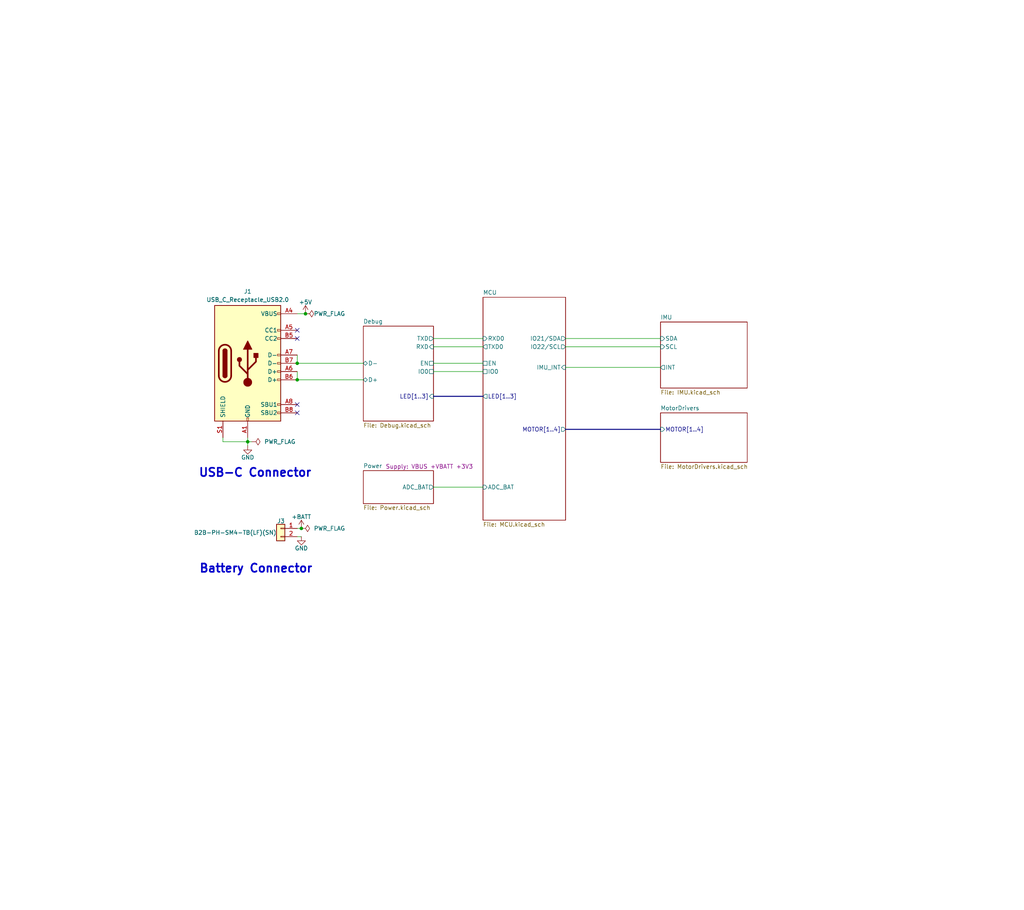
<source format=kicad_sch>
(kicad_sch
	(version 20250114)
	(generator "eeschema")
	(generator_version "9.0")
	(uuid "0cba19ca-1654-4c9a-85b6-b93ff8a5568c")
	(paper "User" 315.011 280.01)
	(title_block
		(title "ESP Drone")
		(date "2025-10-22")
		(rev "1.5.1")
	)
	(lib_symbols
		(symbol "+BATT_1"
			(power)
			(pin_numbers
				(hide yes)
			)
			(pin_names
				(offset 0)
				(hide yes)
			)
			(exclude_from_sim no)
			(in_bom yes)
			(on_board yes)
			(property "Reference" "#PWR"
				(at 0 -3.81 0)
				(effects
					(font
						(size 1.27 1.27)
					)
					(hide yes)
				)
			)
			(property "Value" "+BATT"
				(at 0 3.556 0)
				(effects
					(font
						(size 1.27 1.27)
					)
				)
			)
			(property "Footprint" ""
				(at 0 0 0)
				(effects
					(font
						(size 1.27 1.27)
					)
					(hide yes)
				)
			)
			(property "Datasheet" ""
				(at 0 0 0)
				(effects
					(font
						(size 1.27 1.27)
					)
					(hide yes)
				)
			)
			(property "Description" "Power symbol creates a global label with name \"+BATT\""
				(at 0 0 0)
				(effects
					(font
						(size 1.27 1.27)
					)
					(hide yes)
				)
			)
			(property "ki_keywords" "global power battery"
				(at 0 0 0)
				(effects
					(font
						(size 1.27 1.27)
					)
					(hide yes)
				)
			)
			(symbol "+BATT_1_0_1"
				(polyline
					(pts
						(xy -0.762 1.27) (xy 0 2.54)
					)
					(stroke
						(width 0)
						(type default)
					)
					(fill
						(type none)
					)
				)
				(polyline
					(pts
						(xy 0 2.54) (xy 0.762 1.27)
					)
					(stroke
						(width 0)
						(type default)
					)
					(fill
						(type none)
					)
				)
				(polyline
					(pts
						(xy 0 0) (xy 0 2.54)
					)
					(stroke
						(width 0)
						(type default)
					)
					(fill
						(type none)
					)
				)
			)
			(symbol "+BATT_1_1_1"
				(pin power_in line
					(at 0 0 90)
					(length 0)
					(name "~"
						(effects
							(font
								(size 1.27 1.27)
							)
						)
					)
					(number "1"
						(effects
							(font
								(size 1.27 1.27)
							)
						)
					)
				)
			)
			(embedded_fonts no)
		)
		(symbol "Connector:USB_C_Receptacle_USB2.0_16P"
			(pin_names
				(offset 1.016)
			)
			(exclude_from_sim no)
			(in_bom yes)
			(on_board yes)
			(property "Reference" "J"
				(at 0 22.225 0)
				(effects
					(font
						(size 1.27 1.27)
					)
				)
			)
			(property "Value" "USB_C_Receptacle_USB2.0_16P"
				(at 0 19.685 0)
				(effects
					(font
						(size 1.27 1.27)
					)
				)
			)
			(property "Footprint" ""
				(at 3.81 0 0)
				(effects
					(font
						(size 1.27 1.27)
					)
					(hide yes)
				)
			)
			(property "Datasheet" "https://www.usb.org/sites/default/files/documents/usb_type-c.zip"
				(at 3.81 0 0)
				(effects
					(font
						(size 1.27 1.27)
					)
					(hide yes)
				)
			)
			(property "Description" "USB 2.0-only 16P Type-C Receptacle connector"
				(at 0 0 0)
				(effects
					(font
						(size 1.27 1.27)
					)
					(hide yes)
				)
			)
			(property "ki_keywords" "usb universal serial bus type-C USB2.0"
				(at 0 0 0)
				(effects
					(font
						(size 1.27 1.27)
					)
					(hide yes)
				)
			)
			(property "ki_fp_filters" "USB*C*Receptacle*"
				(at 0 0 0)
				(effects
					(font
						(size 1.27 1.27)
					)
					(hide yes)
				)
			)
			(symbol "USB_C_Receptacle_USB2.0_16P_0_0"
				(rectangle
					(start -0.254 -17.78)
					(end 0.254 -16.764)
					(stroke
						(width 0)
						(type default)
					)
					(fill
						(type none)
					)
				)
				(rectangle
					(start 10.16 15.494)
					(end 9.144 14.986)
					(stroke
						(width 0)
						(type default)
					)
					(fill
						(type none)
					)
				)
				(rectangle
					(start 10.16 10.414)
					(end 9.144 9.906)
					(stroke
						(width 0)
						(type default)
					)
					(fill
						(type none)
					)
				)
				(rectangle
					(start 10.16 7.874)
					(end 9.144 7.366)
					(stroke
						(width 0)
						(type default)
					)
					(fill
						(type none)
					)
				)
				(rectangle
					(start 10.16 2.794)
					(end 9.144 2.286)
					(stroke
						(width 0)
						(type default)
					)
					(fill
						(type none)
					)
				)
				(rectangle
					(start 10.16 0.254)
					(end 9.144 -0.254)
					(stroke
						(width 0)
						(type default)
					)
					(fill
						(type none)
					)
				)
				(rectangle
					(start 10.16 -2.286)
					(end 9.144 -2.794)
					(stroke
						(width 0)
						(type default)
					)
					(fill
						(type none)
					)
				)
				(rectangle
					(start 10.16 -4.826)
					(end 9.144 -5.334)
					(stroke
						(width 0)
						(type default)
					)
					(fill
						(type none)
					)
				)
				(rectangle
					(start 10.16 -12.446)
					(end 9.144 -12.954)
					(stroke
						(width 0)
						(type default)
					)
					(fill
						(type none)
					)
				)
				(rectangle
					(start 10.16 -14.986)
					(end 9.144 -15.494)
					(stroke
						(width 0)
						(type default)
					)
					(fill
						(type none)
					)
				)
			)
			(symbol "USB_C_Receptacle_USB2.0_16P_0_1"
				(rectangle
					(start -10.16 17.78)
					(end 10.16 -17.78)
					(stroke
						(width 0.254)
						(type default)
					)
					(fill
						(type background)
					)
				)
				(polyline
					(pts
						(xy -8.89 -3.81) (xy -8.89 3.81)
					)
					(stroke
						(width 0.508)
						(type default)
					)
					(fill
						(type none)
					)
				)
				(rectangle
					(start -7.62 -3.81)
					(end -6.35 3.81)
					(stroke
						(width 0.254)
						(type default)
					)
					(fill
						(type outline)
					)
				)
				(arc
					(start -7.62 3.81)
					(mid -6.985 4.4423)
					(end -6.35 3.81)
					(stroke
						(width 0.254)
						(type default)
					)
					(fill
						(type none)
					)
				)
				(arc
					(start -7.62 3.81)
					(mid -6.985 4.4423)
					(end -6.35 3.81)
					(stroke
						(width 0.254)
						(type default)
					)
					(fill
						(type outline)
					)
				)
				(arc
					(start -8.89 3.81)
					(mid -6.985 5.7067)
					(end -5.08 3.81)
					(stroke
						(width 0.508)
						(type default)
					)
					(fill
						(type none)
					)
				)
				(arc
					(start -5.08 -3.81)
					(mid -6.985 -5.7067)
					(end -8.89 -3.81)
					(stroke
						(width 0.508)
						(type default)
					)
					(fill
						(type none)
					)
				)
				(arc
					(start -6.35 -3.81)
					(mid -6.985 -4.4423)
					(end -7.62 -3.81)
					(stroke
						(width 0.254)
						(type default)
					)
					(fill
						(type none)
					)
				)
				(arc
					(start -6.35 -3.81)
					(mid -6.985 -4.4423)
					(end -7.62 -3.81)
					(stroke
						(width 0.254)
						(type default)
					)
					(fill
						(type outline)
					)
				)
				(polyline
					(pts
						(xy -5.08 3.81) (xy -5.08 -3.81)
					)
					(stroke
						(width 0.508)
						(type default)
					)
					(fill
						(type none)
					)
				)
				(circle
					(center -2.54 1.143)
					(radius 0.635)
					(stroke
						(width 0.254)
						(type default)
					)
					(fill
						(type outline)
					)
				)
				(polyline
					(pts
						(xy -1.27 4.318) (xy 0 6.858) (xy 1.27 4.318) (xy -1.27 4.318)
					)
					(stroke
						(width 0.254)
						(type default)
					)
					(fill
						(type outline)
					)
				)
				(polyline
					(pts
						(xy 0 -2.032) (xy 2.54 0.508) (xy 2.54 1.778)
					)
					(stroke
						(width 0.508)
						(type default)
					)
					(fill
						(type none)
					)
				)
				(polyline
					(pts
						(xy 0 -3.302) (xy -2.54 -0.762) (xy -2.54 0.508)
					)
					(stroke
						(width 0.508)
						(type default)
					)
					(fill
						(type none)
					)
				)
				(polyline
					(pts
						(xy 0 -5.842) (xy 0 4.318)
					)
					(stroke
						(width 0.508)
						(type default)
					)
					(fill
						(type none)
					)
				)
				(circle
					(center 0 -5.842)
					(radius 1.27)
					(stroke
						(width 0)
						(type default)
					)
					(fill
						(type outline)
					)
				)
				(rectangle
					(start 1.905 1.778)
					(end 3.175 3.048)
					(stroke
						(width 0.254)
						(type default)
					)
					(fill
						(type outline)
					)
				)
			)
			(symbol "USB_C_Receptacle_USB2.0_16P_1_1"
				(pin passive line
					(at -7.62 -22.86 90)
					(length 5.08)
					(name "SHIELD"
						(effects
							(font
								(size 1.27 1.27)
							)
						)
					)
					(number "S1"
						(effects
							(font
								(size 1.27 1.27)
							)
						)
					)
				)
				(pin passive line
					(at 0 -22.86 90)
					(length 5.08)
					(name "GND"
						(effects
							(font
								(size 1.27 1.27)
							)
						)
					)
					(number "A1"
						(effects
							(font
								(size 1.27 1.27)
							)
						)
					)
				)
				(pin passive line
					(at 0 -22.86 90)
					(length 5.08)
					(hide yes)
					(name "GND"
						(effects
							(font
								(size 1.27 1.27)
							)
						)
					)
					(number "A12"
						(effects
							(font
								(size 1.27 1.27)
							)
						)
					)
				)
				(pin passive line
					(at 0 -22.86 90)
					(length 5.08)
					(hide yes)
					(name "GND"
						(effects
							(font
								(size 1.27 1.27)
							)
						)
					)
					(number "B1"
						(effects
							(font
								(size 1.27 1.27)
							)
						)
					)
				)
				(pin passive line
					(at 0 -22.86 90)
					(length 5.08)
					(hide yes)
					(name "GND"
						(effects
							(font
								(size 1.27 1.27)
							)
						)
					)
					(number "B12"
						(effects
							(font
								(size 1.27 1.27)
							)
						)
					)
				)
				(pin passive line
					(at 15.24 15.24 180)
					(length 5.08)
					(name "VBUS"
						(effects
							(font
								(size 1.27 1.27)
							)
						)
					)
					(number "A4"
						(effects
							(font
								(size 1.27 1.27)
							)
						)
					)
				)
				(pin passive line
					(at 15.24 15.24 180)
					(length 5.08)
					(hide yes)
					(name "VBUS"
						(effects
							(font
								(size 1.27 1.27)
							)
						)
					)
					(number "A9"
						(effects
							(font
								(size 1.27 1.27)
							)
						)
					)
				)
				(pin passive line
					(at 15.24 15.24 180)
					(length 5.08)
					(hide yes)
					(name "VBUS"
						(effects
							(font
								(size 1.27 1.27)
							)
						)
					)
					(number "B4"
						(effects
							(font
								(size 1.27 1.27)
							)
						)
					)
				)
				(pin passive line
					(at 15.24 15.24 180)
					(length 5.08)
					(hide yes)
					(name "VBUS"
						(effects
							(font
								(size 1.27 1.27)
							)
						)
					)
					(number "B9"
						(effects
							(font
								(size 1.27 1.27)
							)
						)
					)
				)
				(pin bidirectional line
					(at 15.24 10.16 180)
					(length 5.08)
					(name "CC1"
						(effects
							(font
								(size 1.27 1.27)
							)
						)
					)
					(number "A5"
						(effects
							(font
								(size 1.27 1.27)
							)
						)
					)
				)
				(pin bidirectional line
					(at 15.24 7.62 180)
					(length 5.08)
					(name "CC2"
						(effects
							(font
								(size 1.27 1.27)
							)
						)
					)
					(number "B5"
						(effects
							(font
								(size 1.27 1.27)
							)
						)
					)
				)
				(pin bidirectional line
					(at 15.24 2.54 180)
					(length 5.08)
					(name "D-"
						(effects
							(font
								(size 1.27 1.27)
							)
						)
					)
					(number "A7"
						(effects
							(font
								(size 1.27 1.27)
							)
						)
					)
				)
				(pin bidirectional line
					(at 15.24 0 180)
					(length 5.08)
					(name "D-"
						(effects
							(font
								(size 1.27 1.27)
							)
						)
					)
					(number "B7"
						(effects
							(font
								(size 1.27 1.27)
							)
						)
					)
				)
				(pin bidirectional line
					(at 15.24 -2.54 180)
					(length 5.08)
					(name "D+"
						(effects
							(font
								(size 1.27 1.27)
							)
						)
					)
					(number "A6"
						(effects
							(font
								(size 1.27 1.27)
							)
						)
					)
				)
				(pin bidirectional line
					(at 15.24 -5.08 180)
					(length 5.08)
					(name "D+"
						(effects
							(font
								(size 1.27 1.27)
							)
						)
					)
					(number "B6"
						(effects
							(font
								(size 1.27 1.27)
							)
						)
					)
				)
				(pin bidirectional line
					(at 15.24 -12.7 180)
					(length 5.08)
					(name "SBU1"
						(effects
							(font
								(size 1.27 1.27)
							)
						)
					)
					(number "A8"
						(effects
							(font
								(size 1.27 1.27)
							)
						)
					)
				)
				(pin bidirectional line
					(at 15.24 -15.24 180)
					(length 5.08)
					(name "SBU2"
						(effects
							(font
								(size 1.27 1.27)
							)
						)
					)
					(number "B8"
						(effects
							(font
								(size 1.27 1.27)
							)
						)
					)
				)
			)
			(embedded_fonts no)
		)
		(symbol "Connector_Generic:Conn_01x02"
			(pin_names
				(offset 1.016)
				(hide yes)
			)
			(exclude_from_sim no)
			(in_bom yes)
			(on_board yes)
			(property "Reference" "J"
				(at 0 2.54 0)
				(effects
					(font
						(size 1.27 1.27)
					)
				)
			)
			(property "Value" "Conn_01x02"
				(at 0 -5.08 0)
				(effects
					(font
						(size 1.27 1.27)
					)
				)
			)
			(property "Footprint" ""
				(at 0 0 0)
				(effects
					(font
						(size 1.27 1.27)
					)
					(hide yes)
				)
			)
			(property "Datasheet" "~"
				(at 0 0 0)
				(effects
					(font
						(size 1.27 1.27)
					)
					(hide yes)
				)
			)
			(property "Description" "Generic connector, single row, 01x02, script generated (kicad-library-utils/schlib/autogen/connector/)"
				(at 0 0 0)
				(effects
					(font
						(size 1.27 1.27)
					)
					(hide yes)
				)
			)
			(property "ki_keywords" "connector"
				(at 0 0 0)
				(effects
					(font
						(size 1.27 1.27)
					)
					(hide yes)
				)
			)
			(property "ki_fp_filters" "Connector*:*_1x??_*"
				(at 0 0 0)
				(effects
					(font
						(size 1.27 1.27)
					)
					(hide yes)
				)
			)
			(symbol "Conn_01x02_1_1"
				(rectangle
					(start -1.27 1.27)
					(end 1.27 -3.81)
					(stroke
						(width 0.254)
						(type default)
					)
					(fill
						(type background)
					)
				)
				(rectangle
					(start -1.27 0.127)
					(end 0 -0.127)
					(stroke
						(width 0.1524)
						(type default)
					)
					(fill
						(type none)
					)
				)
				(rectangle
					(start -1.27 -2.413)
					(end 0 -2.667)
					(stroke
						(width 0.1524)
						(type default)
					)
					(fill
						(type none)
					)
				)
				(pin passive line
					(at -5.08 0 0)
					(length 3.81)
					(name "Pin_1"
						(effects
							(font
								(size 1.27 1.27)
							)
						)
					)
					(number "1"
						(effects
							(font
								(size 1.27 1.27)
							)
						)
					)
				)
				(pin passive line
					(at -5.08 -2.54 0)
					(length 3.81)
					(name "Pin_2"
						(effects
							(font
								(size 1.27 1.27)
							)
						)
					)
					(number "2"
						(effects
							(font
								(size 1.27 1.27)
							)
						)
					)
				)
			)
			(embedded_fonts no)
		)
		(symbol "GND_1"
			(power)
			(pin_numbers
				(hide yes)
			)
			(pin_names
				(offset 0)
				(hide yes)
			)
			(exclude_from_sim no)
			(in_bom yes)
			(on_board yes)
			(property "Reference" "#PWR"
				(at 0 -6.35 0)
				(effects
					(font
						(size 1.27 1.27)
					)
					(hide yes)
				)
			)
			(property "Value" "GND"
				(at 0 -3.81 0)
				(effects
					(font
						(size 1.27 1.27)
					)
				)
			)
			(property "Footprint" ""
				(at 0 0 0)
				(effects
					(font
						(size 1.27 1.27)
					)
					(hide yes)
				)
			)
			(property "Datasheet" ""
				(at 0 0 0)
				(effects
					(font
						(size 1.27 1.27)
					)
					(hide yes)
				)
			)
			(property "Description" "Power symbol creates a global label with name \"GND\" , ground"
				(at 0 0 0)
				(effects
					(font
						(size 1.27 1.27)
					)
					(hide yes)
				)
			)
			(property "ki_keywords" "global power"
				(at 0 0 0)
				(effects
					(font
						(size 1.27 1.27)
					)
					(hide yes)
				)
			)
			(symbol "GND_1_0_1"
				(polyline
					(pts
						(xy 0 0) (xy 0 -1.27) (xy 1.27 -1.27) (xy 0 -2.54) (xy -1.27 -1.27) (xy 0 -1.27)
					)
					(stroke
						(width 0)
						(type default)
					)
					(fill
						(type none)
					)
				)
			)
			(symbol "GND_1_1_1"
				(pin power_in line
					(at 0 0 270)
					(length 0)
					(name "~"
						(effects
							(font
								(size 1.27 1.27)
							)
						)
					)
					(number "1"
						(effects
							(font
								(size 1.27 1.27)
							)
						)
					)
				)
			)
			(embedded_fonts no)
		)
		(symbol "GND_3"
			(power)
			(pin_numbers
				(hide yes)
			)
			(pin_names
				(offset 0)
				(hide yes)
			)
			(exclude_from_sim no)
			(in_bom yes)
			(on_board yes)
			(property "Reference" "#PWR"
				(at 0 -6.35 0)
				(effects
					(font
						(size 1.27 1.27)
					)
					(hide yes)
				)
			)
			(property "Value" "GND"
				(at 0 -3.81 0)
				(effects
					(font
						(size 1.27 1.27)
					)
				)
			)
			(property "Footprint" ""
				(at 0 0 0)
				(effects
					(font
						(size 1.27 1.27)
					)
					(hide yes)
				)
			)
			(property "Datasheet" ""
				(at 0 0 0)
				(effects
					(font
						(size 1.27 1.27)
					)
					(hide yes)
				)
			)
			(property "Description" "Power symbol creates a global label with name \"GND\" , ground"
				(at 0 0 0)
				(effects
					(font
						(size 1.27 1.27)
					)
					(hide yes)
				)
			)
			(property "ki_keywords" "global power"
				(at 0 0 0)
				(effects
					(font
						(size 1.27 1.27)
					)
					(hide yes)
				)
			)
			(symbol "GND_3_0_1"
				(polyline
					(pts
						(xy 0 0) (xy 0 -1.27) (xy 1.27 -1.27) (xy 0 -2.54) (xy -1.27 -1.27) (xy 0 -1.27)
					)
					(stroke
						(width 0)
						(type default)
					)
					(fill
						(type none)
					)
				)
			)
			(symbol "GND_3_1_1"
				(pin power_in line
					(at 0 0 270)
					(length 0)
					(name "~"
						(effects
							(font
								(size 1.27 1.27)
							)
						)
					)
					(number "1"
						(effects
							(font
								(size 1.27 1.27)
							)
						)
					)
				)
			)
			(embedded_fonts no)
		)
		(symbol "PWR_FLAG_1"
			(power)
			(pin_numbers
				(hide yes)
			)
			(pin_names
				(offset 0)
				(hide yes)
			)
			(exclude_from_sim no)
			(in_bom yes)
			(on_board yes)
			(property "Reference" "#FLG"
				(at 0 1.905 0)
				(effects
					(font
						(size 1.27 1.27)
					)
					(hide yes)
				)
			)
			(property "Value" "PWR_FLAG"
				(at 0 3.81 0)
				(effects
					(font
						(size 1.27 1.27)
					)
				)
			)
			(property "Footprint" ""
				(at 0 0 0)
				(effects
					(font
						(size 1.27 1.27)
					)
					(hide yes)
				)
			)
			(property "Datasheet" "~"
				(at 0 0 0)
				(effects
					(font
						(size 1.27 1.27)
					)
					(hide yes)
				)
			)
			(property "Description" "Special symbol for telling ERC where power comes from"
				(at 0 0 0)
				(effects
					(font
						(size 1.27 1.27)
					)
					(hide yes)
				)
			)
			(property "ki_keywords" "flag power"
				(at 0 0 0)
				(effects
					(font
						(size 1.27 1.27)
					)
					(hide yes)
				)
			)
			(symbol "PWR_FLAG_1_0_0"
				(pin power_out line
					(at 0 0 90)
					(length 0)
					(name "~"
						(effects
							(font
								(size 1.27 1.27)
							)
						)
					)
					(number "1"
						(effects
							(font
								(size 1.27 1.27)
							)
						)
					)
				)
			)
			(symbol "PWR_FLAG_1_0_1"
				(polyline
					(pts
						(xy 0 0) (xy 0 1.27) (xy -1.016 1.905) (xy 0 2.54) (xy 1.016 1.905) (xy 0 1.27)
					)
					(stroke
						(width 0)
						(type default)
					)
					(fill
						(type none)
					)
				)
			)
			(embedded_fonts no)
		)
		(symbol "power:+5V"
			(power)
			(pin_numbers
				(hide yes)
			)
			(pin_names
				(offset 0)
				(hide yes)
			)
			(exclude_from_sim no)
			(in_bom yes)
			(on_board yes)
			(property "Reference" "#PWR"
				(at 0 -3.81 0)
				(effects
					(font
						(size 1.27 1.27)
					)
					(hide yes)
				)
			)
			(property "Value" "+5V"
				(at 0 3.556 0)
				(effects
					(font
						(size 1.27 1.27)
					)
				)
			)
			(property "Footprint" ""
				(at 0 0 0)
				(effects
					(font
						(size 1.27 1.27)
					)
					(hide yes)
				)
			)
			(property "Datasheet" ""
				(at 0 0 0)
				(effects
					(font
						(size 1.27 1.27)
					)
					(hide yes)
				)
			)
			(property "Description" "Power symbol creates a global label with name \"+5V\""
				(at 0 0 0)
				(effects
					(font
						(size 1.27 1.27)
					)
					(hide yes)
				)
			)
			(property "ki_keywords" "global power"
				(at 0 0 0)
				(effects
					(font
						(size 1.27 1.27)
					)
					(hide yes)
				)
			)
			(symbol "+5V_0_1"
				(polyline
					(pts
						(xy -0.762 1.27) (xy 0 2.54)
					)
					(stroke
						(width 0)
						(type default)
					)
					(fill
						(type none)
					)
				)
				(polyline
					(pts
						(xy 0 2.54) (xy 0.762 1.27)
					)
					(stroke
						(width 0)
						(type default)
					)
					(fill
						(type none)
					)
				)
				(polyline
					(pts
						(xy 0 0) (xy 0 2.54)
					)
					(stroke
						(width 0)
						(type default)
					)
					(fill
						(type none)
					)
				)
			)
			(symbol "+5V_1_1"
				(pin power_in line
					(at 0 0 90)
					(length 0)
					(name "~"
						(effects
							(font
								(size 1.27 1.27)
							)
						)
					)
					(number "1"
						(effects
							(font
								(size 1.27 1.27)
							)
						)
					)
				)
			)
			(embedded_fonts no)
		)
		(symbol "power:PWR_FLAG"
			(power)
			(pin_numbers
				(hide yes)
			)
			(pin_names
				(offset 0)
				(hide yes)
			)
			(exclude_from_sim no)
			(in_bom yes)
			(on_board yes)
			(property "Reference" "#FLG"
				(at 0 1.905 0)
				(effects
					(font
						(size 1.27 1.27)
					)
					(hide yes)
				)
			)
			(property "Value" "PWR_FLAG"
				(at 0 3.81 0)
				(effects
					(font
						(size 1.27 1.27)
					)
				)
			)
			(property "Footprint" ""
				(at 0 0 0)
				(effects
					(font
						(size 1.27 1.27)
					)
					(hide yes)
				)
			)
			(property "Datasheet" "~"
				(at 0 0 0)
				(effects
					(font
						(size 1.27 1.27)
					)
					(hide yes)
				)
			)
			(property "Description" "Special symbol for telling ERC where power comes from"
				(at 0 0 0)
				(effects
					(font
						(size 1.27 1.27)
					)
					(hide yes)
				)
			)
			(property "ki_keywords" "flag power"
				(at 0 0 0)
				(effects
					(font
						(size 1.27 1.27)
					)
					(hide yes)
				)
			)
			(symbol "PWR_FLAG_0_0"
				(pin power_out line
					(at 0 0 90)
					(length 0)
					(name "~"
						(effects
							(font
								(size 1.27 1.27)
							)
						)
					)
					(number "1"
						(effects
							(font
								(size 1.27 1.27)
							)
						)
					)
				)
			)
			(symbol "PWR_FLAG_0_1"
				(polyline
					(pts
						(xy 0 0) (xy 0 1.27) (xy -1.016 1.905) (xy 0 2.54) (xy 1.016 1.905) (xy 0 1.27)
					)
					(stroke
						(width 0)
						(type default)
					)
					(fill
						(type none)
					)
				)
			)
			(embedded_fonts no)
		)
	)
	(text "Battery Connector"
		(exclude_from_sim no)
		(at 78.74 175.006 0)
		(effects
			(font
				(face "KiCad Font")
				(size 2.54 2.54)
				(thickness 0.508)
				(bold yes)
			)
		)
		(uuid "4cf70de7-2128-440c-9464-1d784251206f")
	)
	(text "USB-C Connector"
		(exclude_from_sim no)
		(at 78.486 145.542 0)
		(effects
			(font
				(size 2.54 2.54)
				(thickness 0.508)
				(bold yes)
			)
		)
		(uuid "b48c5b56-4be0-4b9c-aa34-fc9dfafcb834")
	)
	(junction
		(at 76.2 135.89)
		(diameter 0)
		(color 0 0 0 0)
		(uuid "12b24f7f-a3a8-4549-be5a-75615157f62b")
	)
	(junction
		(at 91.44 111.76)
		(diameter 0)
		(color 0 0 0 0)
		(uuid "4630a71e-9665-4cc8-ade9-8924201bbd2a")
	)
	(junction
		(at 93.98 96.52)
		(diameter 0)
		(color 0 0 0 0)
		(uuid "47754dcf-2a35-4d37-8a32-316ca41853aa")
	)
	(junction
		(at 92.71 162.56)
		(diameter 0)
		(color 0 0 0 0)
		(uuid "88d9aaa1-431f-45c6-b8a3-f21672dd17bd")
	)
	(junction
		(at 91.44 116.84)
		(diameter 0)
		(color 0 0 0 0)
		(uuid "f6a7755c-b25d-45a6-8e7c-a68d9951d354")
	)
	(no_connect
		(at 91.44 101.6)
		(uuid "2465a3ef-12ac-4a90-b6d8-e77f75ae0f02")
	)
	(no_connect
		(at 91.44 124.46)
		(uuid "35730125-46d5-4340-b920-cf0e9662522b")
	)
	(no_connect
		(at 91.44 127)
		(uuid "872196b7-d4c3-4111-b6ca-cf5ed3d5c3d2")
	)
	(no_connect
		(at 91.44 104.14)
		(uuid "95ced379-1620-40ef-964d-63148dcf3d12")
	)
	(bus
		(pts
			(xy 173.99 132.08) (xy 203.2 132.08)
		)
		(stroke
			(width 0)
			(type default)
		)
		(uuid "1608864c-3585-4d22-8262-3a970f158b49")
	)
	(wire
		(pts
			(xy 173.99 104.14) (xy 203.2 104.14)
		)
		(stroke
			(width 0)
			(type default)
		)
		(uuid "1c1680b8-4e7a-467e-8100-19780ce51625")
	)
	(wire
		(pts
			(xy 133.35 114.3) (xy 148.59 114.3)
		)
		(stroke
			(width 0)
			(type default)
		)
		(uuid "1cf0d003-63ab-47e4-be79-0cb171fba9a5")
	)
	(wire
		(pts
			(xy 133.35 149.86) (xy 148.59 149.86)
		)
		(stroke
			(width 0)
			(type default)
		)
		(uuid "321f5a3d-29f2-4467-93ac-16ba7a563ae8")
	)
	(wire
		(pts
			(xy 76.2 137.16) (xy 76.2 135.89)
		)
		(stroke
			(width 0)
			(type default)
		)
		(uuid "48eb0b72-9d18-4348-a04b-fae064830937")
	)
	(wire
		(pts
			(xy 92.71 162.56) (xy 91.44 162.56)
		)
		(stroke
			(width 0)
			(type default)
		)
		(uuid "4ce3a810-181b-4d73-8ec8-2533195bd56a")
	)
	(wire
		(pts
			(xy 91.44 114.3) (xy 91.44 116.84)
		)
		(stroke
			(width 0)
			(type default)
		)
		(uuid "515e3f31-b976-4ab3-ad93-42691455a6c2")
	)
	(wire
		(pts
			(xy 133.35 104.14) (xy 148.59 104.14)
		)
		(stroke
			(width 0)
			(type default)
		)
		(uuid "79b82811-f479-44e0-bd7e-92f9cb391d5f")
	)
	(wire
		(pts
			(xy 91.44 111.76) (xy 111.76 111.76)
		)
		(stroke
			(width 0)
			(type default)
		)
		(uuid "842de3ef-9bff-49df-9f23-1134cfb0ca70")
	)
	(wire
		(pts
			(xy 91.44 116.84) (xy 111.76 116.84)
		)
		(stroke
			(width 0)
			(type default)
		)
		(uuid "91c120bf-bdd4-4b68-b47b-ff7018aaf6ea")
	)
	(wire
		(pts
			(xy 173.99 106.68) (xy 203.2 106.68)
		)
		(stroke
			(width 0)
			(type default)
		)
		(uuid "990760bd-b816-4194-92da-bcfbbe848ff6")
	)
	(wire
		(pts
			(xy 76.2 135.89) (xy 68.58 135.89)
		)
		(stroke
			(width 0)
			(type default)
		)
		(uuid "a2b883ed-aea9-4361-9518-2a088f580608")
	)
	(wire
		(pts
			(xy 91.44 109.22) (xy 91.44 111.76)
		)
		(stroke
			(width 0)
			(type default)
		)
		(uuid "b48a90cf-44c2-4112-a0ee-9c4991d8f6da")
	)
	(wire
		(pts
			(xy 91.44 96.52) (xy 93.98 96.52)
		)
		(stroke
			(width 0)
			(type default)
		)
		(uuid "c6c74b2b-651d-4804-aa68-c4fa7e84e164")
	)
	(wire
		(pts
			(xy 92.71 165.1) (xy 91.44 165.1)
		)
		(stroke
			(width 0)
			(type default)
		)
		(uuid "ca2b2eee-b94c-4db8-a88a-aac6842f6290")
	)
	(wire
		(pts
			(xy 68.58 134.62) (xy 68.58 135.89)
		)
		(stroke
			(width 0)
			(type default)
		)
		(uuid "cbbb5cd5-e9dd-4c16-a526-e0471ee96e30")
	)
	(wire
		(pts
			(xy 77.47 135.89) (xy 76.2 135.89)
		)
		(stroke
			(width 0)
			(type default)
		)
		(uuid "d1c69223-76a8-44e8-9b70-6cc489d966dd")
	)
	(wire
		(pts
			(xy 76.2 134.62) (xy 76.2 135.89)
		)
		(stroke
			(width 0)
			(type default)
		)
		(uuid "d3dec8fd-50cf-421a-9dda-07757d50f5a8")
	)
	(bus
		(pts
			(xy 133.35 121.92) (xy 148.59 121.92)
		)
		(stroke
			(width 0)
			(type default)
		)
		(uuid "e73b3948-fab9-493b-a1df-84567cfd21b6")
	)
	(wire
		(pts
			(xy 133.35 111.76) (xy 148.59 111.76)
		)
		(stroke
			(width 0)
			(type default)
		)
		(uuid "ee976ab0-c157-4291-87f0-fc5669555455")
	)
	(wire
		(pts
			(xy 133.35 106.68) (xy 148.59 106.68)
		)
		(stroke
			(width 0)
			(type default)
		)
		(uuid "f72b6481-f4c1-4fd9-94c7-721bd2ac89a7")
	)
	(wire
		(pts
			(xy 173.99 113.03) (xy 203.2 113.03)
		)
		(stroke
			(width 0)
			(type default)
		)
		(uuid "fd747bb0-ba2e-49a2-920e-9bd231f39f9d")
	)
	(symbol
		(lib_name "PWR_FLAG_1")
		(lib_id "power:PWR_FLAG")
		(at 93.98 96.52 270)
		(unit 1)
		(exclude_from_sim no)
		(in_bom yes)
		(on_board yes)
		(dnp no)
		(uuid "10f6a322-f5f8-41c6-adf7-f5e84a7969b5")
		(property "Reference" "#FLG03"
			(at 95.885 96.52 0)
			(effects
				(font
					(size 1.27 1.27)
				)
				(hide yes)
			)
		)
		(property "Value" "PWR_FLAG"
			(at 96.52 96.52 90)
			(effects
				(font
					(size 1.27 1.27)
				)
				(justify left)
			)
		)
		(property "Footprint" ""
			(at 93.98 96.52 0)
			(effects
				(font
					(size 1.27 1.27)
				)
				(hide yes)
			)
		)
		(property "Datasheet" "~"
			(at 93.98 96.52 0)
			(effects
				(font
					(size 1.27 1.27)
				)
				(hide yes)
			)
		)
		(property "Description" "Special symbol for telling ERC where power comes from"
			(at 93.98 96.52 0)
			(effects
				(font
					(size 1.27 1.27)
				)
				(hide yes)
			)
		)
		(pin "1"
			(uuid "eda8a14e-f97d-43d5-b31e-c05eec649d83")
		)
		(instances
			(project ""
				(path "/0cba19ca-1654-4c9a-85b6-b93ff8a5568c"
					(reference "#FLG03")
					(unit 1)
				)
			)
		)
	)
	(symbol
		(lib_id "Connector:USB_C_Receptacle_USB2.0_16P")
		(at 76.2 111.76 0)
		(unit 1)
		(exclude_from_sim no)
		(in_bom yes)
		(on_board yes)
		(dnp no)
		(uuid "463e32d7-2f9b-431d-a560-0e60b5cb3d4b")
		(property "Reference" "J1"
			(at 76.2 89.662 0)
			(effects
				(font
					(size 1.27 1.27)
				)
			)
		)
		(property "Value" "USB_C_Receptacle_USB2.0"
			(at 76.2 92.202 0)
			(effects
				(font
					(size 1.27 1.27)
				)
			)
		)
		(property "Footprint" "Connector_USB:USB_C_Receptacle_HRO_TYPE-C-31-M-12"
			(at 80.01 111.76 0)
			(effects
				(font
					(size 1.27 1.27)
				)
				(hide yes)
			)
		)
		(property "Datasheet" "https://www.usb.org/sites/default/files/documents/usb_type-c.zip"
			(at 80.01 111.76 0)
			(effects
				(font
					(size 1.27 1.27)
				)
				(hide yes)
			)
		)
		(property "Description" "USB 2.0-only 16P Type-C Receptacle connector"
			(at 76.2 111.76 0)
			(effects
				(font
					(size 1.27 1.27)
				)
				(hide yes)
			)
		)
		(property "Manufacturer_Name" "XUNPU"
			(at 76.2 111.76 0)
			(effects
				(font
					(size 1.27 1.27)
				)
				(hide yes)
			)
		)
		(pin "A1"
			(uuid "3e3bd714-c815-4c92-92d6-b3fd0397663b")
		)
		(pin "A12"
			(uuid "025459d4-1020-43fb-9774-f6fdf57d123b")
		)
		(pin "A4"
			(uuid "fc85eb03-edc9-42ae-b2e1-bca9f9e9602e")
		)
		(pin "A5"
			(uuid "9d020bd2-c65d-429a-ad51-6dde120483d4")
		)
		(pin "A6"
			(uuid "6fae583a-9bc7-49a0-a275-2c708daf5430")
		)
		(pin "A7"
			(uuid "b223d1ca-63c5-425e-88d9-87aea7612392")
		)
		(pin "A8"
			(uuid "2df28ada-a765-49a8-af67-51c504fccc86")
		)
		(pin "A9"
			(uuid "52a2f55b-5e78-4f89-9596-19fbbdbbed87")
		)
		(pin "B1"
			(uuid "4c8736ec-b6e0-4476-b0e5-958e74e712b9")
		)
		(pin "B12"
			(uuid "37355aa6-e439-4483-a4ba-d90dc8112111")
		)
		(pin "B4"
			(uuid "b596c6b0-1871-478b-ac17-0f954d1c0715")
		)
		(pin "B5"
			(uuid "aa119f1b-f6e3-400b-b2c6-bcb1a718c79b")
		)
		(pin "B6"
			(uuid "9ce98044-9fc2-4150-a1cb-6a7779a49981")
		)
		(pin "B7"
			(uuid "9cd69504-a63e-4bf2-9f40-a1dea95cc0a8")
		)
		(pin "B8"
			(uuid "d3814569-77ce-4f2f-97c7-2456a8081022")
		)
		(pin "B9"
			(uuid "2fd91afa-ef8a-4ba4-bcb1-0e56f764eaba")
		)
		(pin "S1"
			(uuid "3c02ba5b-1dc7-4e16-afa2-4fc8bcce524f")
		)
		(instances
			(project "ESP32 drone"
				(path "/0cba19ca-1654-4c9a-85b6-b93ff8a5568c"
					(reference "J1")
					(unit 1)
				)
			)
		)
	)
	(symbol
		(lib_name "GND_1")
		(lib_id "power:GND")
		(at 76.2 137.16 0)
		(unit 1)
		(exclude_from_sim no)
		(in_bom yes)
		(on_board yes)
		(dnp no)
		(uuid "4ebf3891-7eef-4e3b-9658-6a60d47c4511")
		(property "Reference" "#PWR01"
			(at 76.2 143.51 0)
			(effects
				(font
					(size 1.27 1.27)
				)
				(hide yes)
			)
		)
		(property "Value" "GND"
			(at 76.2 140.716 0)
			(effects
				(font
					(size 1.27 1.27)
				)
			)
		)
		(property "Footprint" ""
			(at 76.2 137.16 0)
			(effects
				(font
					(size 1.27 1.27)
				)
				(hide yes)
			)
		)
		(property "Datasheet" ""
			(at 76.2 137.16 0)
			(effects
				(font
					(size 1.27 1.27)
				)
				(hide yes)
			)
		)
		(property "Description" "Power symbol creates a global label with name \"GND\" , ground"
			(at 76.2 137.16 0)
			(effects
				(font
					(size 1.27 1.27)
				)
				(hide yes)
			)
		)
		(pin "1"
			(uuid "9dfd9e18-49fa-4ef8-befa-0da746f247e8")
		)
		(instances
			(project ""
				(path "/0cba19ca-1654-4c9a-85b6-b93ff8a5568c"
					(reference "#PWR01")
					(unit 1)
				)
			)
		)
	)
	(symbol
		(lib_name "+BATT_1")
		(lib_id "power:+BATT")
		(at 92.71 162.56 0)
		(mirror y)
		(unit 1)
		(exclude_from_sim no)
		(in_bom yes)
		(on_board yes)
		(dnp no)
		(uuid "856004a3-f258-41a8-ae44-4412bb718e28")
		(property "Reference" "#PWR022"
			(at 92.71 166.37 0)
			(effects
				(font
					(size 1.27 1.27)
				)
				(hide yes)
			)
		)
		(property "Value" "+BATT"
			(at 92.71 159.004 0)
			(effects
				(font
					(size 1.27 1.27)
				)
			)
		)
		(property "Footprint" ""
			(at 92.71 162.56 0)
			(effects
				(font
					(size 1.27 1.27)
				)
				(hide yes)
			)
		)
		(property "Datasheet" ""
			(at 92.71 162.56 0)
			(effects
				(font
					(size 1.27 1.27)
				)
				(hide yes)
			)
		)
		(property "Description" "Power symbol creates a global label with name \"+BATT\""
			(at 92.71 162.56 0)
			(effects
				(font
					(size 1.27 1.27)
				)
				(hide yes)
			)
		)
		(pin "1"
			(uuid "20652d67-d4ab-4ca6-ba3d-3d6250f81aa4")
		)
		(instances
			(project "ESP32 drone"
				(path "/0cba19ca-1654-4c9a-85b6-b93ff8a5568c"
					(reference "#PWR022")
					(unit 1)
				)
			)
		)
	)
	(symbol
		(lib_id "Connector_Generic:Conn_01x02")
		(at 86.36 162.56 0)
		(mirror y)
		(unit 1)
		(exclude_from_sim no)
		(in_bom yes)
		(on_board yes)
		(dnp no)
		(uuid "9f9d53fb-ff7c-4473-b621-2747b0a3c71b")
		(property "Reference" "J3"
			(at 87.63 160.274 0)
			(effects
				(font
					(size 1.27 1.27)
				)
				(justify left)
			)
		)
		(property "Value" "B2B-PH-SM4-TB(LF)(SN)"
			(at 85.09 163.83 0)
			(effects
				(font
					(size 1.27 1.27)
				)
				(justify left)
			)
		)
		(property "Footprint" "Connector_JST:JST_PH_B2B-PH-SM4-TB_1x02-1MP_P2.00mm_Vertical"
			(at 86.36 162.56 0)
			(effects
				(font
					(size 1.27 1.27)
				)
				(hide yes)
			)
		)
		(property "Datasheet" "https://octopart.com/zh/datasheet/b2b-ph-sm4-tb%28lf%29%28sn%29-jst-248898"
			(at 86.36 162.56 0)
			(effects
				(font
					(size 1.27 1.27)
				)
				(hide yes)
			)
		)
		(property "Description" ""
			(at 86.36 162.56 0)
			(effects
				(font
					(size 1.27 1.27)
				)
				(hide yes)
			)
		)
		(property "Manufacturer_Name" "JST"
			(at 86.36 162.56 0)
			(effects
				(font
					(size 1.27 1.27)
				)
				(hide yes)
			)
		)
		(pin "1"
			(uuid "abca9a2a-ace6-4f21-9007-015278f33ad6")
		)
		(pin "2"
			(uuid "15d0c5e2-18b2-4c44-abf3-fe80e3ed4162")
		)
		(instances
			(project "ESP32 drone"
				(path "/0cba19ca-1654-4c9a-85b6-b93ff8a5568c"
					(reference "J3")
					(unit 1)
				)
			)
		)
	)
	(symbol
		(lib_name "GND_3")
		(lib_id "power:GND")
		(at 92.71 165.1 0)
		(mirror y)
		(unit 1)
		(exclude_from_sim no)
		(in_bom yes)
		(on_board yes)
		(dnp no)
		(uuid "bae93afd-48d6-4fdb-824a-72b3ba483584")
		(property "Reference" "#PWR024"
			(at 92.71 171.45 0)
			(effects
				(font
					(size 1.27 1.27)
				)
				(hide yes)
			)
		)
		(property "Value" "GND"
			(at 92.71 168.656 0)
			(effects
				(font
					(size 1.27 1.27)
				)
			)
		)
		(property "Footprint" ""
			(at 92.71 165.1 0)
			(effects
				(font
					(size 1.27 1.27)
				)
				(hide yes)
			)
		)
		(property "Datasheet" ""
			(at 92.71 165.1 0)
			(effects
				(font
					(size 1.27 1.27)
				)
				(hide yes)
			)
		)
		(property "Description" "Power symbol creates a global label with name \"GND\" , ground"
			(at 92.71 165.1 0)
			(effects
				(font
					(size 1.27 1.27)
				)
				(hide yes)
			)
		)
		(pin "1"
			(uuid "5c8cd054-a243-4438-9c02-d3796850d952")
		)
		(instances
			(project "ESP32 drone"
				(path "/0cba19ca-1654-4c9a-85b6-b93ff8a5568c"
					(reference "#PWR024")
					(unit 1)
				)
			)
		)
	)
	(symbol
		(lib_id "power:PWR_FLAG")
		(at 92.71 162.56 270)
		(unit 1)
		(exclude_from_sim no)
		(in_bom yes)
		(on_board yes)
		(dnp no)
		(fields_autoplaced yes)
		(uuid "d51ef88c-39fd-4db9-8771-bac16bdf50fa")
		(property "Reference" "#FLG06"
			(at 94.615 162.56 0)
			(effects
				(font
					(size 1.27 1.27)
				)
				(hide yes)
			)
		)
		(property "Value" "PWR_FLAG"
			(at 96.52 162.5599 90)
			(effects
				(font
					(size 1.27 1.27)
				)
				(justify left)
			)
		)
		(property "Footprint" ""
			(at 92.71 162.56 0)
			(effects
				(font
					(size 1.27 1.27)
				)
				(hide yes)
			)
		)
		(property "Datasheet" "~"
			(at 92.71 162.56 0)
			(effects
				(font
					(size 1.27 1.27)
				)
				(hide yes)
			)
		)
		(property "Description" "Special symbol for telling ERC where power comes from"
			(at 92.71 162.56 0)
			(effects
				(font
					(size 1.27 1.27)
				)
				(hide yes)
			)
		)
		(pin "1"
			(uuid "30c9c1c5-c52c-481d-a05b-8826c6d1e962")
		)
		(instances
			(project "ESP32 drone"
				(path "/0cba19ca-1654-4c9a-85b6-b93ff8a5568c"
					(reference "#FLG06")
					(unit 1)
				)
			)
		)
	)
	(symbol
		(lib_name "PWR_FLAG_1")
		(lib_id "power:PWR_FLAG")
		(at 77.47 135.89 270)
		(unit 1)
		(exclude_from_sim no)
		(in_bom yes)
		(on_board yes)
		(dnp no)
		(fields_autoplaced yes)
		(uuid "e0c42ce6-77f7-4a39-9889-a74960b80b10")
		(property "Reference" "#FLG01"
			(at 79.375 135.89 0)
			(effects
				(font
					(size 1.27 1.27)
				)
				(hide yes)
			)
		)
		(property "Value" "PWR_FLAG"
			(at 81.28 135.8899 90)
			(effects
				(font
					(size 1.27 1.27)
				)
				(justify left)
			)
		)
		(property "Footprint" ""
			(at 77.47 135.89 0)
			(effects
				(font
					(size 1.27 1.27)
				)
				(hide yes)
			)
		)
		(property "Datasheet" "~"
			(at 77.47 135.89 0)
			(effects
				(font
					(size 1.27 1.27)
				)
				(hide yes)
			)
		)
		(property "Description" "Special symbol for telling ERC where power comes from"
			(at 77.47 135.89 0)
			(effects
				(font
					(size 1.27 1.27)
				)
				(hide yes)
			)
		)
		(pin "1"
			(uuid "52de2631-4114-477a-b13e-0166a2f7c426")
		)
		(instances
			(project "ESP32 drone"
				(path "/0cba19ca-1654-4c9a-85b6-b93ff8a5568c"
					(reference "#FLG01")
					(unit 1)
				)
			)
		)
	)
	(symbol
		(lib_id "power:+5V")
		(at 93.98 96.52 0)
		(unit 1)
		(exclude_from_sim no)
		(in_bom yes)
		(on_board yes)
		(dnp no)
		(uuid "ee383b15-cca6-4e4a-a601-b9e5e82aefdc")
		(property "Reference" "#PWR02"
			(at 93.98 100.33 0)
			(effects
				(font
					(size 1.27 1.27)
				)
				(hide yes)
			)
		)
		(property "Value" "+5V"
			(at 93.98 92.964 0)
			(effects
				(font
					(size 1.27 1.27)
				)
			)
		)
		(property "Footprint" ""
			(at 93.98 96.52 0)
			(effects
				(font
					(size 1.27 1.27)
				)
				(hide yes)
			)
		)
		(property "Datasheet" ""
			(at 93.98 96.52 0)
			(effects
				(font
					(size 1.27 1.27)
				)
				(hide yes)
			)
		)
		(property "Description" "Power symbol creates a global label with name \"+5V\""
			(at 93.98 96.52 0)
			(effects
				(font
					(size 1.27 1.27)
				)
				(hide yes)
			)
		)
		(pin "1"
			(uuid "0463279e-1661-46ea-99ff-3050a77cfcf7")
		)
		(instances
			(project "ESP32 drone"
				(path "/0cba19ca-1654-4c9a-85b6-b93ff8a5568c"
					(reference "#PWR02")
					(unit 1)
				)
			)
		)
	)
	(sheet
		(at 148.59 91.44)
		(size 25.4 68.58)
		(exclude_from_sim no)
		(in_bom yes)
		(on_board yes)
		(dnp no)
		(fields_autoplaced yes)
		(stroke
			(width 0.1524)
			(type solid)
		)
		(fill
			(color 0 0 0 0.0000)
		)
		(uuid "17a12d46-78e3-46ec-abd9-363636ab8bbe")
		(property "Sheetname" "MCU"
			(at 148.59 90.7284 0)
			(effects
				(font
					(size 1.27 1.27)
				)
				(justify left bottom)
			)
		)
		(property "Sheetfile" "MCU.kicad_sch"
			(at 148.59 160.6046 0)
			(effects
				(font
					(size 1.27 1.27)
				)
				(justify left top)
			)
		)
		(pin "EN" passive
			(at 148.59 111.76 180)
			(uuid "27f09c8b-e047-4be1-8d75-a48feafb2e09")
			(effects
				(font
					(size 1.27 1.27)
				)
				(justify left)
			)
		)
		(pin "LED[1..3]" output
			(at 148.59 121.92 180)
			(uuid "0956e4c5-f6c8-41ef-8d99-11a787c70b58")
			(effects
				(font
					(size 1.27 1.27)
				)
				(justify left)
			)
		)
		(pin "IMU_INT" input
			(at 173.99 113.03 0)
			(uuid "bed6fb1b-b1d1-4ef2-b45d-ffad249ea96d")
			(effects
				(font
					(size 1.27 1.27)
				)
				(justify right)
			)
		)
		(pin "RXD0" input
			(at 148.59 104.14 180)
			(uuid "89c842aa-16ef-4bb5-841c-91baebe197b0")
			(effects
				(font
					(size 1.27 1.27)
				)
				(justify left)
			)
		)
		(pin "ADC_BAT" input
			(at 148.59 149.86 180)
			(uuid "bb94b8e3-8667-4a06-9d45-28b7a27ec022")
			(effects
				(font
					(size 1.27 1.27)
				)
				(justify left)
			)
		)
		(pin "IO22{slash}SCL" output
			(at 173.99 106.68 0)
			(uuid "f4c4b175-f620-4f00-9622-098686c6f5b3")
			(effects
				(font
					(size 1.27 1.27)
				)
				(justify right)
			)
		)
		(pin "IO0" passive
			(at 148.59 114.3 180)
			(uuid "87a49ccf-a7bc-4899-837c-9e0683967e36")
			(effects
				(font
					(size 1.27 1.27)
				)
				(justify left)
			)
		)
		(pin "IO21{slash}SDA" output
			(at 173.99 104.14 0)
			(uuid "89d8b32a-4273-489c-815a-2932989325aa")
			(effects
				(font
					(size 1.27 1.27)
				)
				(justify right)
			)
		)
		(pin "TXD0" output
			(at 148.59 106.68 180)
			(uuid "1851aae2-9ca1-49ea-b648-a43a2eeed18a")
			(effects
				(font
					(size 1.27 1.27)
				)
				(justify left)
			)
		)
		(pin "MOTOR[1..4]" output
			(at 173.99 132.08 0)
			(uuid "7636542a-9fb0-44d0-8b3e-22adef43a21a")
			(effects
				(font
					(size 1.27 1.27)
				)
				(justify right)
			)
		)
		(instances
			(project "ESP32 drone"
				(path "/0cba19ca-1654-4c9a-85b6-b93ff8a5568c"
					(page "6")
				)
			)
		)
	)
	(sheet
		(at 111.76 100.33)
		(size 21.59 29.21)
		(exclude_from_sim no)
		(in_bom yes)
		(on_board yes)
		(dnp no)
		(fields_autoplaced yes)
		(stroke
			(width 0.1524)
			(type solid)
		)
		(fill
			(color 0 0 0 0.0000)
		)
		(uuid "4f8a2549-082a-42ca-b9b0-a019a6901ba7")
		(property "Sheetname" "Debug"
			(at 111.76 99.6184 0)
			(effects
				(font
					(size 1.27 1.27)
				)
				(justify left bottom)
			)
		)
		(property "Sheetfile" "Debug.kicad_sch"
			(at 111.76 130.1246 0)
			(effects
				(font
					(size 1.27 1.27)
				)
				(justify left top)
			)
		)
		(pin "TXD" output
			(at 133.35 104.14 0)
			(uuid "f25f4c3f-1792-4d23-b496-3f2cbadc9650")
			(effects
				(font
					(size 1.27 1.27)
				)
				(justify right)
			)
		)
		(pin "D+" bidirectional
			(at 111.76 116.84 180)
			(uuid "bbc1d037-17c2-4b8a-b0a1-6d2ca3938e59")
			(effects
				(font
					(size 1.27 1.27)
				)
				(justify left)
			)
		)
		(pin "D-" bidirectional
			(at 111.76 111.76 180)
			(uuid "f275cf53-90a1-45f1-968b-dedfd040067e")
			(effects
				(font
					(size 1.27 1.27)
				)
				(justify left)
			)
		)
		(pin "RXD" input
			(at 133.35 106.68 0)
			(uuid "8764eef7-0008-4d85-93ae-8a5dd557f330")
			(effects
				(font
					(size 1.27 1.27)
				)
				(justify right)
			)
		)
		(pin "IO0" passive
			(at 133.35 114.3 0)
			(uuid "c9375378-6947-4a57-84fb-afaee9773906")
			(effects
				(font
					(size 1.27 1.27)
				)
				(justify right)
			)
		)
		(pin "EN" passive
			(at 133.35 111.76 0)
			(uuid "7ae606c5-3559-487b-8400-085041e9fa87")
			(effects
				(font
					(size 1.27 1.27)
				)
				(justify right)
			)
		)
		(pin "LED[1..3]" input
			(at 133.35 121.92 0)
			(uuid "f4ee637d-89c9-47df-b3d8-56a5c93e318d")
			(effects
				(font
					(size 1.27 1.27)
				)
				(justify right)
			)
		)
		(instances
			(project "ESP32 drone"
				(path "/0cba19ca-1654-4c9a-85b6-b93ff8a5568c"
					(page "4")
				)
			)
		)
	)
	(sheet
		(at 111.76 144.78)
		(size 21.59 10.16)
		(exclude_from_sim no)
		(in_bom yes)
		(on_board yes)
		(dnp no)
		(stroke
			(width 0.1524)
			(type solid)
		)
		(fill
			(color 0 0 0 0.0000)
		)
		(uuid "9a11f8ce-8166-4a44-a3f0-439c3bd1ec88")
		(property "Sheetname" "Power"
			(at 111.76 144.0684 0)
			(effects
				(font
					(size 1.27 1.27)
				)
				(justify left bottom)
			)
		)
		(property "Sheetfile" "Power.kicad_sch"
			(at 111.76 155.448 0)
			(effects
				(font
					(size 1.27 1.27)
				)
				(justify left top)
			)
		)
		(property "Describtion" "Supply: VBUS +VBATT +3V3"
			(at 132.08 143.51 0)
			(effects
				(font
					(size 1.27 1.27)
				)
			)
		)
		(pin "ADC_BAT" output
			(at 133.35 149.86 0)
			(uuid "44b34fec-3add-426e-a590-425a2b9a7819")
			(effects
				(font
					(size 1.27 1.27)
				)
				(justify right)
			)
		)
		(instances
			(project "ESP32 drone"
				(path "/0cba19ca-1654-4c9a-85b6-b93ff8a5568c"
					(page "2")
				)
			)
		)
	)
	(sheet
		(at 203.2 127)
		(size 26.67 15.24)
		(exclude_from_sim no)
		(in_bom yes)
		(on_board yes)
		(dnp no)
		(fields_autoplaced yes)
		(stroke
			(width 0.1524)
			(type solid)
		)
		(fill
			(color 0 0 0 0.0000)
		)
		(uuid "b125373d-079e-414f-ab5a-abd01b78e0a2")
		(property "Sheetname" "MotorDrivers"
			(at 203.2 126.2884 0)
			(effects
				(font
					(size 1.27 1.27)
				)
				(justify left bottom)
			)
		)
		(property "Sheetfile" "MotorDrivers.kicad_sch"
			(at 203.2 142.8246 0)
			(effects
				(font
					(size 1.27 1.27)
				)
				(justify left top)
			)
		)
		(pin "MOTOR[1..4]" input
			(at 203.2 132.08 180)
			(uuid "c1b46165-2abd-4a4e-9eab-08179d0aea24")
			(effects
				(font
					(size 1.27 1.27)
				)
				(justify left)
			)
		)
		(instances
			(project "ESP32 drone"
				(path "/0cba19ca-1654-4c9a-85b6-b93ff8a5568c"
					(page "5")
				)
			)
		)
	)
	(sheet
		(at 203.2 99.06)
		(size 26.67 20.32)
		(exclude_from_sim no)
		(in_bom yes)
		(on_board yes)
		(dnp no)
		(fields_autoplaced yes)
		(stroke
			(width 0.1524)
			(type solid)
		)
		(fill
			(color 0 0 0 0.0000)
		)
		(uuid "ed67c859-ff7f-44b8-a3aa-b4c463367cc5")
		(property "Sheetname" "IMU"
			(at 203.2 98.3484 0)
			(effects
				(font
					(size 1.27 1.27)
				)
				(justify left bottom)
			)
		)
		(property "Sheetfile" "IMU.kicad_sch"
			(at 203.2 119.9646 0)
			(effects
				(font
					(size 1.27 1.27)
				)
				(justify left top)
			)
		)
		(pin "SDA" input
			(at 203.2 104.14 180)
			(uuid "dba04b6f-90f2-460f-8f9e-0368ad36dce7")
			(effects
				(font
					(size 1.27 1.27)
				)
				(justify left)
			)
		)
		(pin "SCL" input
			(at 203.2 106.68 180)
			(uuid "f84b59fd-08ba-45dd-a393-f25b50705463")
			(effects
				(font
					(size 1.27 1.27)
				)
				(justify left)
			)
		)
		(pin "INT" output
			(at 203.2 113.03 180)
			(uuid "6b058556-e465-43d5-bb3f-02285d8a220d")
			(effects
				(font
					(size 1.27 1.27)
				)
				(justify left)
			)
		)
		(instances
			(project "ESP32 drone"
				(path "/0cba19ca-1654-4c9a-85b6-b93ff8a5568c"
					(page "3")
				)
			)
		)
	)
	(sheet_instances
		(path "/"
			(page "1")
		)
	)
	(embedded_fonts no)
)

</source>
